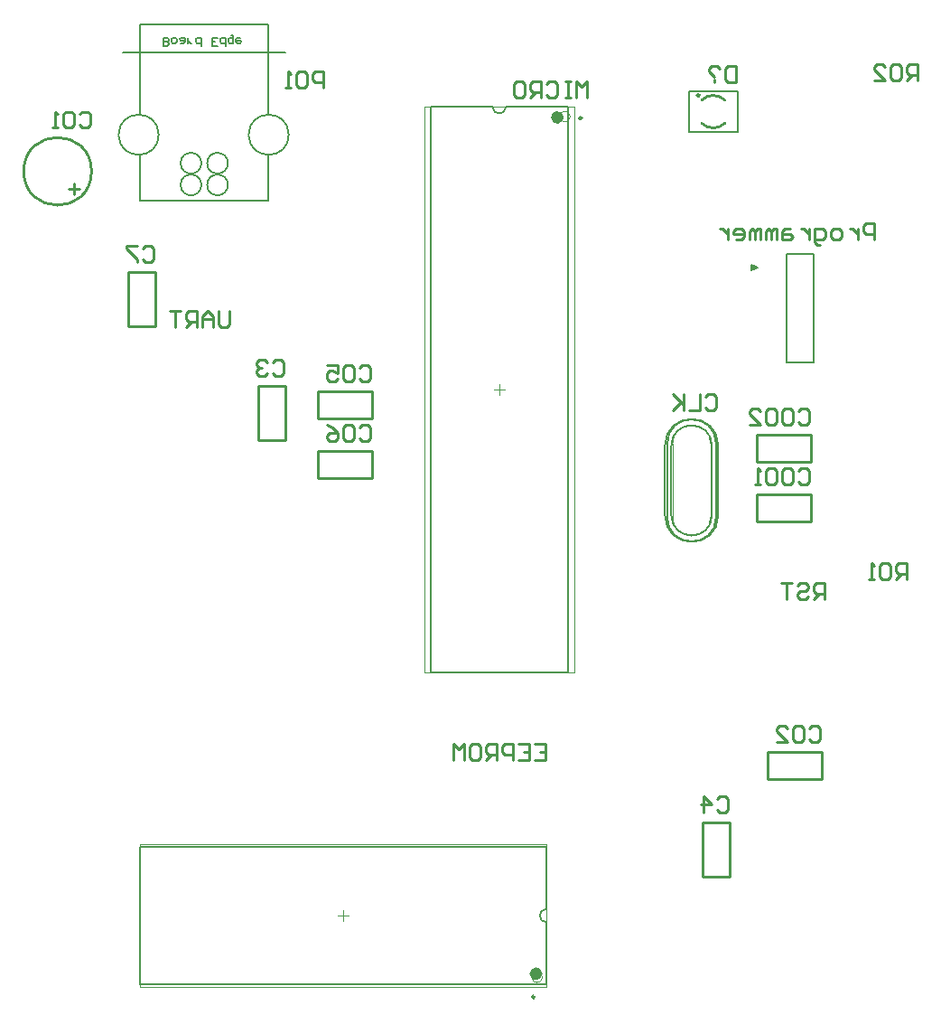
<source format=gto>
G04 Layer_Color=15132400*
%FSLAX25Y25*%
%MOIN*%
G70*
G01*
G75*
%ADD10C,0.01000*%
%ADD11C,0.00500*%
%ADD12C,0.00394*%
%ADD13C,0.00200*%
%ADD14C,0.00600*%
%ADD28C,0.00787*%
%ADD29C,0.00984*%
%ADD30C,0.02362*%
%ADD31C,0.00602*%
G36*
X376701Y413500D02*
X379201Y414500D01*
X376701Y415500D01*
Y413500D01*
D02*
G37*
D10*
X108201Y450000D02*
G03*
X108201Y450000I12500J0D01*
G01*
X358443Y467743D02*
G03*
X366958Y467743I4257J4257D01*
G01*
Y476257D02*
G03*
X358443Y476257I-4257J-4257D01*
G01*
X356701Y478000D02*
G03*
X356701Y478000I500J0D01*
G01*
X146701Y393000D02*
Y413000D01*
X156701Y393000D02*
Y413000D01*
Y393000D02*
X146701D01*
X156701Y413000D02*
X146701D01*
X236701Y359000D02*
X216701D01*
X236701Y369000D02*
X216701D01*
X236701Y359000D02*
Y369000D01*
X216701Y359000D02*
Y369000D01*
X368701Y190000D02*
Y210000D01*
X358701Y190000D02*
Y210000D01*
X368701D02*
X358701D01*
X368701Y190000D02*
X358701D01*
X204701Y351000D02*
Y371000D01*
X194701Y351000D02*
Y371000D01*
X204701D02*
X194701D01*
X204701Y351000D02*
X194701D01*
X402701Y226000D02*
X382701D01*
X402701Y236000D02*
X382701D01*
X402701Y226000D02*
Y236000D01*
X382701Y226000D02*
Y236000D01*
X398701Y343000D02*
Y353000D01*
X378701Y343000D02*
Y353000D01*
X398701Y343000D02*
X378701D01*
X398701Y353000D02*
X378701D01*
X398701Y321000D02*
Y331000D01*
X378701Y321000D02*
Y331000D01*
X398701Y321000D02*
X378701D01*
X398701Y331000D02*
X378701D01*
X216701Y337000D02*
Y347000D01*
X236701Y337000D02*
Y347000D01*
X216701D01*
X236701Y337000D02*
X216701D01*
X152202Y421498D02*
X153202Y422498D01*
X155201D01*
X156201Y421498D01*
Y417500D01*
X155201Y416500D01*
X153202D01*
X152202Y417500D01*
X150203Y422498D02*
X146204D01*
Y421498D01*
X150203Y417500D01*
Y416500D01*
X232202Y377498D02*
X233202Y378498D01*
X235201D01*
X236201Y377498D01*
Y373500D01*
X235201Y372500D01*
X233202D01*
X232202Y373500D01*
X230203Y377498D02*
X229203Y378498D01*
X227204D01*
X226204Y377498D01*
Y373500D01*
X227204Y372500D01*
X229203D01*
X230203Y373500D01*
Y377498D01*
X220206Y378498D02*
X224205D01*
Y375499D01*
X222205Y376499D01*
X221206D01*
X220206Y375499D01*
Y373500D01*
X221206Y372500D01*
X223205D01*
X224205Y373500D01*
X434051Y299450D02*
Y305448D01*
X431052D01*
X430052Y304448D01*
Y302449D01*
X431052Y301449D01*
X434051D01*
X432051D02*
X430052Y299450D01*
X428053Y304448D02*
X427053Y305448D01*
X425054D01*
X424054Y304448D01*
Y300450D01*
X425054Y299450D01*
X427053D01*
X428053Y300450D01*
Y304448D01*
X422055Y299450D02*
X420055D01*
X421055D01*
Y305448D01*
X422055Y304448D01*
X364202Y218498D02*
X365202Y219498D01*
X367201D01*
X368201Y218498D01*
Y214500D01*
X367201Y213500D01*
X365202D01*
X364202Y214500D01*
X359204Y213500D02*
Y219498D01*
X362203Y216499D01*
X358204D01*
X200202Y379498D02*
X201202Y380498D01*
X203201D01*
X204201Y379498D01*
Y375500D01*
X203201Y374500D01*
X201202D01*
X200202Y375500D01*
X198203Y379498D02*
X197203Y380498D01*
X195204D01*
X194204Y379498D01*
Y378499D01*
X195204Y377499D01*
X196203D01*
X195204D01*
X194204Y376499D01*
Y375500D01*
X195204Y374500D01*
X197203D01*
X198203Y375500D01*
X184101Y398398D02*
Y393400D01*
X183101Y392400D01*
X181102D01*
X180102Y393400D01*
Y398398D01*
X178103Y392400D02*
Y396399D01*
X176103Y398398D01*
X174104Y396399D01*
Y392400D01*
Y395399D01*
X178103D01*
X172105Y392400D02*
Y398398D01*
X169106D01*
X168106Y397398D01*
Y395399D01*
X169106Y394399D01*
X172105D01*
X170105D02*
X168106Y392400D01*
X166107Y398398D02*
X162108D01*
X164107D01*
Y392400D01*
X218701Y481000D02*
Y486998D01*
X215702D01*
X214702Y485998D01*
Y483999D01*
X215702Y482999D01*
X218701D01*
X212703Y485998D02*
X211703Y486998D01*
X209704D01*
X208704Y485998D01*
Y482000D01*
X209704Y481000D01*
X211703D01*
X212703Y482000D01*
Y485998D01*
X206705Y481000D02*
X204705D01*
X205705D01*
Y486998D01*
X206705Y485998D01*
X316101Y477200D02*
Y483198D01*
X314101Y481199D01*
X312102Y483198D01*
Y477200D01*
X310103Y483198D02*
X308103D01*
X309103D01*
Y477200D01*
X310103D01*
X308103D01*
X301106Y482198D02*
X302105Y483198D01*
X304105D01*
X305104Y482198D01*
Y478200D01*
X304105Y477200D01*
X302105D01*
X301106Y478200D01*
X299106Y477200D02*
Y483198D01*
X296107D01*
X295108Y482198D01*
Y480199D01*
X296107Y479199D01*
X299106D01*
X297107D02*
X295108Y477200D01*
X290109Y483198D02*
X292108D01*
X293108Y482198D01*
Y478200D01*
X292108Y477200D01*
X290109D01*
X289109Y478200D01*
Y482198D01*
X290109Y483198D01*
X422201Y424900D02*
Y430898D01*
X419202D01*
X418202Y429898D01*
Y427899D01*
X419202Y426899D01*
X422201D01*
X416203Y428899D02*
Y424900D01*
Y426899D01*
X415203Y427899D01*
X414203Y428899D01*
X413204D01*
X409205Y424900D02*
X407206D01*
X406206Y425900D01*
Y427899D01*
X407206Y428899D01*
X409205D01*
X410205Y427899D01*
Y425900D01*
X409205Y424900D01*
X402207Y422901D02*
X401208D01*
X400208Y423900D01*
Y428899D01*
X403207D01*
X404207Y427899D01*
Y425900D01*
X403207Y424900D01*
X400208D01*
X398208Y428899D02*
Y424900D01*
Y426899D01*
X397209Y427899D01*
X396209Y428899D01*
X395210D01*
X391211D02*
X389212D01*
X388212Y427899D01*
Y424900D01*
X391211D01*
X392211Y425900D01*
X391211Y426899D01*
X388212D01*
X386212Y424900D02*
Y428899D01*
X385213D01*
X384213Y427899D01*
Y424900D01*
Y427899D01*
X383213Y428899D01*
X382214Y427899D01*
Y424900D01*
X380214D02*
Y428899D01*
X379215D01*
X378215Y427899D01*
Y424900D01*
Y427899D01*
X377215Y428899D01*
X376216Y427899D01*
Y424900D01*
X371217D02*
X373217D01*
X374216Y425900D01*
Y427899D01*
X373217Y428899D01*
X371217D01*
X370218Y427899D01*
Y426899D01*
X374216D01*
X368218Y428899D02*
Y424900D01*
Y426899D01*
X367219Y427899D01*
X366219Y428899D01*
X365219D01*
X296702Y238998D02*
X300701D01*
Y233000D01*
X296702D01*
X300701Y235999D02*
X298701D01*
X290704Y238998D02*
X294703D01*
Y233000D01*
X290704D01*
X294703Y235999D02*
X292703D01*
X288705Y233000D02*
Y238998D01*
X285706D01*
X284706Y237998D01*
Y235999D01*
X285706Y234999D01*
X288705D01*
X282707Y233000D02*
Y238998D01*
X279708D01*
X278708Y237998D01*
Y235999D01*
X279708Y234999D01*
X282707D01*
X280707D02*
X278708Y233000D01*
X273710Y238998D02*
X275709D01*
X276709Y237998D01*
Y234000D01*
X275709Y233000D01*
X273710D01*
X272710Y234000D01*
Y237998D01*
X273710Y238998D01*
X270710Y233000D02*
Y238998D01*
X268711Y236999D01*
X266712Y238998D01*
Y233000D01*
X403901Y292100D02*
Y298098D01*
X400902D01*
X399902Y297098D01*
Y295099D01*
X400902Y294099D01*
X403901D01*
X401901D02*
X399902Y292100D01*
X393904Y297098D02*
X394904Y298098D01*
X396903D01*
X397903Y297098D01*
Y296099D01*
X396903Y295099D01*
X394904D01*
X393904Y294099D01*
Y293100D01*
X394904Y292100D01*
X396903D01*
X397903Y293100D01*
X391905Y298098D02*
X387906D01*
X389905D01*
Y292100D01*
X398202Y244498D02*
X399202Y245498D01*
X401201D01*
X402201Y244498D01*
Y240500D01*
X401201Y239500D01*
X399202D01*
X398202Y240500D01*
X396203Y244498D02*
X395203Y245498D01*
X393204D01*
X392204Y244498D01*
Y240500D01*
X393204Y239500D01*
X395203D01*
X396203Y240500D01*
Y244498D01*
X386206Y239500D02*
X390205D01*
X386206Y243499D01*
Y244498D01*
X387206Y245498D01*
X389205D01*
X390205Y244498D01*
X128709Y471018D02*
X129708Y472017D01*
X131708D01*
X132707Y471018D01*
Y467019D01*
X131708Y466019D01*
X129708D01*
X128709Y467019D01*
X126709Y471018D02*
X125709Y472017D01*
X123710D01*
X122711Y471018D01*
Y467019D01*
X123710Y466019D01*
X125709D01*
X126709Y467019D01*
Y471018D01*
X120711Y466019D02*
X118712D01*
X119711D01*
Y472017D01*
X120711Y471018D01*
X370951Y488748D02*
Y482750D01*
X367952D01*
X366952Y483750D01*
Y487748D01*
X367952Y488748D01*
X370951D01*
X364953Y487748D02*
X363953Y488748D01*
X361954D01*
X360954Y487748D01*
Y486749D01*
X362953Y484749D01*
Y483750D02*
Y482750D01*
X438101Y483400D02*
Y489398D01*
X435102D01*
X434102Y488398D01*
Y486399D01*
X435102Y485399D01*
X438101D01*
X436101D02*
X434102Y483400D01*
X432103Y488398D02*
X431103Y489398D01*
X429104D01*
X428104Y488398D01*
Y484400D01*
X429104Y483400D01*
X431103D01*
X432103Y484400D01*
Y488398D01*
X422106Y483400D02*
X426105D01*
X422106Y487399D01*
Y488398D01*
X423106Y489398D01*
X425105D01*
X426105Y488398D01*
X359802Y366898D02*
X360802Y367898D01*
X362801D01*
X363801Y366898D01*
Y362900D01*
X362801Y361900D01*
X360802D01*
X359802Y362900D01*
X357803Y367898D02*
Y361900D01*
X353804D01*
X351805Y367898D02*
Y361900D01*
Y363899D01*
X347806Y367898D01*
X350805Y364899D01*
X347806Y361900D01*
X232202Y355498D02*
X233202Y356498D01*
X235201D01*
X236201Y355498D01*
Y351500D01*
X235201Y350500D01*
X233202D01*
X232202Y351500D01*
X230203Y355498D02*
X229203Y356498D01*
X227204D01*
X226204Y355498D01*
Y351500D01*
X227204Y350500D01*
X229203D01*
X230203Y351500D01*
Y355498D01*
X220206Y356498D02*
X222205Y355498D01*
X224205Y353499D01*
Y351500D01*
X223205Y350500D01*
X221206D01*
X220206Y351500D01*
Y352499D01*
X221206Y353499D01*
X224205D01*
X394202Y339498D02*
X395202Y340498D01*
X397201D01*
X398201Y339498D01*
Y335500D01*
X397201Y334500D01*
X395202D01*
X394202Y335500D01*
X389204Y340498D02*
X391203D01*
X392203Y339498D01*
Y335500D01*
X391203Y334500D01*
X389204D01*
X388204Y335500D01*
Y339498D01*
X389204Y340498D01*
X386205Y339498D02*
X385205Y340498D01*
X383206D01*
X382206Y339498D01*
Y335500D01*
X383206Y334500D01*
X385205D01*
X386205Y335500D01*
Y339498D01*
X380207Y334500D02*
X378207D01*
X379207D01*
Y340498D01*
X380207Y339498D01*
X394202Y361498D02*
X395202Y362498D01*
X397201D01*
X398201Y361498D01*
Y357500D01*
X397201Y356500D01*
X395202D01*
X394202Y357500D01*
X389204Y362498D02*
X391203D01*
X392203Y361498D01*
Y357500D01*
X391203Y356500D01*
X389204D01*
X388204Y357500D01*
Y361498D01*
X389204Y362498D01*
X386205Y361498D02*
X385205Y362498D01*
X383206D01*
X382206Y361498D01*
Y357500D01*
X383206Y356500D01*
X385205D01*
X386205Y357500D01*
Y361498D01*
X376208Y356500D02*
X380207D01*
X376208Y360499D01*
Y361498D01*
X377208Y362498D01*
X379207D01*
X380207Y361498D01*
X126700Y441500D02*
Y445499D01*
X128699Y443499D02*
X124700D01*
D11*
X151201Y471650D02*
Y493800D01*
Y439300D02*
Y455850D01*
X198401Y439300D02*
Y456050D01*
Y471450D02*
Y493800D01*
Y439300D02*
X151201D01*
Y493800D02*
Y504100D01*
X198401D02*
X151201D01*
X198401Y493800D02*
Y504100D01*
X204601Y493800D02*
X144601D01*
X159601Y496251D02*
Y499250D01*
X161100D01*
X161600Y498750D01*
Y498250D01*
X161100Y497751D01*
X159601D01*
X161100D01*
X161600Y497251D01*
Y496751D01*
X161100Y496251D01*
X159601D01*
X163100Y499250D02*
X164099D01*
X164599Y498750D01*
Y497751D01*
X164099Y497251D01*
X163100D01*
X162600Y497751D01*
Y498750D01*
X163100Y499250D01*
X166099Y497251D02*
X167098D01*
X167598Y497751D01*
Y499250D01*
X166099D01*
X165599Y498750D01*
X166099Y498250D01*
X167598D01*
X168598Y497251D02*
Y499250D01*
Y498250D01*
X169098Y497751D01*
X169598Y497251D01*
X170097D01*
X173596Y496251D02*
Y499250D01*
X172097D01*
X171597Y498750D01*
Y497751D01*
X172097Y497251D01*
X173596D01*
X179594Y496251D02*
X177595D01*
Y499250D01*
X179594D01*
X177595Y497751D02*
X178595D01*
X182593Y496251D02*
Y499250D01*
X181094D01*
X180594Y498750D01*
Y497751D01*
X181094Y497251D01*
X182593D01*
X184593Y500250D02*
X185092D01*
X185592Y499750D01*
Y497251D01*
X184093D01*
X183593Y497751D01*
Y498750D01*
X184093Y499250D01*
X185592D01*
X188092D02*
X187092D01*
X186592Y498750D01*
Y497751D01*
X187092Y497251D01*
X188092D01*
X188591Y497751D01*
Y498250D01*
X186592D01*
X371701Y464500D02*
Y479500D01*
Y464500D02*
X353701D01*
Y479500D01*
X371701D02*
X353701D01*
D12*
X305945Y470189D02*
G03*
X305945Y470189I1969J0D01*
G01*
X295689Y152764D02*
G03*
X295689Y152764I1969J0D01*
G01*
X311457Y265268D02*
Y473732D01*
X255945Y265268D02*
Y473732D01*
X311457D02*
X255945D01*
X311457Y265268D02*
X255945D01*
X301201Y149220D02*
X151201D01*
X301201Y201780D02*
X151201D01*
X301201Y149220D02*
Y201780D01*
X151201Y149220D02*
Y201780D01*
X285669Y369500D02*
X281732D01*
X283701Y367532D02*
Y371469D01*
X226201Y173532D02*
Y177469D01*
X228169Y175500D02*
X224232D01*
D13*
X347701Y322500D02*
G03*
X361701Y322500I7000J0D01*
G01*
Y349500D02*
G03*
X347701Y349500I-7000J0D01*
G01*
X361701Y322500D02*
Y349500D01*
X347701Y322500D02*
Y349500D01*
D14*
X166070Y445000D02*
G03*
X166070Y445000I3830J0D01*
G01*
Y453000D02*
G03*
X166070Y453000I3830J0D01*
G01*
X175870Y445000D02*
G03*
X175870Y445000I3830J0D01*
G01*
X143201Y463250D02*
G03*
X143197Y463500I7400J250D01*
G01*
X175870Y453000D02*
G03*
X175870Y453000I3830J0D01*
G01*
X191201Y463250D02*
G03*
X191197Y463500I7400J250D01*
G01*
X345701Y322500D02*
G03*
X363701Y322500I9000J0D01*
G01*
Y349500D02*
G03*
X345701Y349500I-9000J0D01*
G01*
X363701Y322500D02*
Y349500D01*
X345701Y322500D02*
Y349500D01*
D28*
X281201Y473831D02*
G03*
X286201Y473831I2500J0D01*
G01*
X301201Y178000D02*
G03*
X301201Y173000I0J-2500D01*
G01*
X309094Y265169D02*
Y473831D01*
X258307Y265169D02*
Y473831D01*
X309094D02*
X286201D01*
X281201D02*
X258307D01*
X309094Y265169D02*
X258307D01*
X379201Y414500D02*
X376701Y413500D01*
Y415500D01*
X379201Y414500D02*
X376701Y415500D01*
X399701Y419500D02*
X389701D01*
Y379500D02*
Y419500D01*
X399701Y379500D02*
X389701D01*
X399701D02*
Y419500D01*
X301201Y150106D02*
X151201D01*
X301201Y200894D02*
X151201D01*
X301201Y150106D02*
Y173000D01*
Y178000D02*
Y200894D01*
X151201Y150106D02*
Y200894D01*
D29*
X313209Y469618D02*
G03*
X313209Y469618I492J0D01*
G01*
X295827Y145500D02*
G03*
X295827Y145500I492J0D01*
G01*
D30*
X303976Y469894D02*
G03*
X303976Y469894I1181J0D01*
G01*
X296083Y154043D02*
G03*
X296083Y154043I1181J0D01*
G01*
D31*
X362181Y348795D02*
G03*
X347220Y348795I-7480J0D01*
G01*
X364543D02*
G03*
X344858Y348795I-9843J0D01*
G01*
Y323205D02*
G03*
X364543Y323205I9843J0D01*
G01*
X347220D02*
G03*
X362181Y323205I7480J0D01*
G01*
X344858Y323205D02*
Y348795D01*
X364543Y323205D02*
Y348795D01*
X347220Y323205D02*
Y348795D01*
X362181Y323205D02*
Y348795D01*
M02*

</source>
